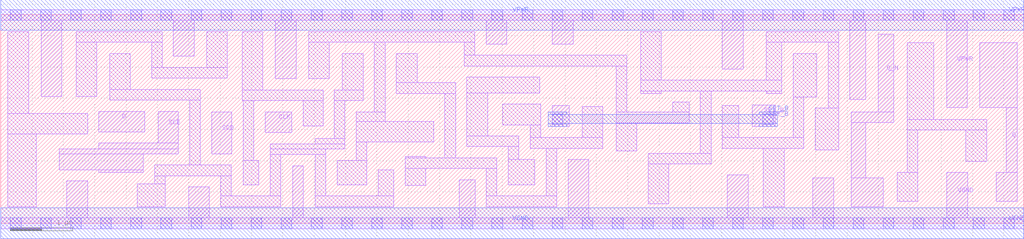
<source format=lef>
# Copyright 2020 The SkyWater PDK Authors
#
# Licensed under the Apache License, Version 2.0 (the "License");
# you may not use this file except in compliance with the License.
# You may obtain a copy of the License at
#
#     https://www.apache.org/licenses/LICENSE-2.0
#
# Unless required by applicable law or agreed to in writing, software
# distributed under the License is distributed on an "AS IS" BASIS,
# WITHOUT WARRANTIES OR CONDITIONS OF ANY KIND, either express or implied.
# See the License for the specific language governing permissions and
# limitations under the License.
#
# SPDX-License-Identifier: Apache-2.0

VERSION 5.7 ;
  NAMESCASESENSITIVE ON ;
  NOWIREEXTENSIONATPIN ON ;
  DIVIDERCHAR "/" ;
  BUSBITCHARS "[]" ;
UNITS
  DATABASE MICRONS 200 ;
END UNITS
MACRO sky130_fd_sc_lp__sdfsbp_lp
  CLASS CORE ;
  SOURCE USER ;
  FOREIGN sky130_fd_sc_lp__sdfsbp_lp ;
  ORIGIN  0.000000  0.000000 ;
  SIZE  16.32000 BY  3.330000 ;
  SYMMETRY X Y R90 ;
  SITE unit ;
  PIN D
    ANTENNAGATEAREA  0.313000 ;
    DIRECTION INPUT ;
    USE SIGNAL ;
    PORT
      LAYER li1 ;
        RECT 1.565000 1.460000 2.300000 1.790000 ;
    END
  END D
  PIN Q
    ANTENNADIFFAREA  0.402600 ;
    DIRECTION OUTPUT ;
    USE SIGNAL ;
    PORT
      LAYER li1 ;
        RECT 15.615000 1.850000 16.210000 2.890000 ;
        RECT 15.880000 0.350000 16.210000 0.810000 ;
        RECT 16.040000 0.810000 16.210000 1.850000 ;
    END
  END Q
  PIN Q_N
    ANTENNADIFFAREA  0.404700 ;
    DIRECTION OUTPUT ;
    USE SIGNAL ;
    PORT
      LAYER li1 ;
        RECT 13.565000 0.265000 14.075000 0.725000 ;
        RECT 13.565000 0.725000 13.795000 1.610000 ;
        RECT 13.565000 1.610000 14.245000 1.780000 ;
        RECT 13.995000 1.780000 14.245000 3.020000 ;
    END
  END Q_N
  PIN SCD
    ANTENNAGATEAREA  0.313000 ;
    DIRECTION INPUT ;
    USE SIGNAL ;
    PORT
      LAYER li1 ;
        RECT 3.365000 1.110000 3.685000 1.780000 ;
    END
  END SCD
  PIN SCE
    ANTENNAGATEAREA  0.689000 ;
    DIRECTION INPUT ;
    USE SIGNAL ;
    PORT
      LAYER li1 ;
        RECT 0.930000 0.855000 2.275000 1.110000 ;
        RECT 0.930000 1.110000 2.835000 1.185000 ;
        RECT 1.565000 0.810000 2.275000 0.855000 ;
        RECT 1.565000 1.185000 2.835000 1.280000 ;
        RECT 2.510000 1.280000 2.835000 1.790000 ;
    END
  END SCE
  PIN SET_B
    ANTENNAGATEAREA  0.626000 ;
    DIRECTION INPUT ;
    USE SIGNAL ;
    PORT
      LAYER li1 ;
        RECT  8.795000 1.550000  9.065000 1.880000 ;
        RECT 11.985000 1.550000 12.355000 1.890000 ;
      LAYER mcon ;
        RECT  8.795000 1.580000  8.965000 1.750000 ;
        RECT 12.155000 1.580000 12.325000 1.750000 ;
      LAYER met1 ;
        RECT  8.735000 1.550000  9.025000 1.595000 ;
        RECT  8.735000 1.595000 12.385000 1.735000 ;
        RECT  8.735000 1.735000  9.025000 1.780000 ;
        RECT 12.095000 1.550000 12.385000 1.595000 ;
        RECT 12.095000 1.735000 12.385000 1.780000 ;
    END
  END SET_B
  PIN CLK
    ANTENNAGATEAREA  0.376000 ;
    DIRECTION INPUT ;
    USE CLOCK ;
    PORT
      LAYER li1 ;
        RECT 4.215000 1.450000 4.645000 1.780000 ;
    END
  END CLK
  PIN VGND
    DIRECTION INOUT ;
    USE GROUND ;
    PORT
      LAYER li1 ;
        RECT  0.000000 -0.085000 16.320000 0.085000 ;
        RECT  1.055000  0.085000  1.385000 0.675000 ;
        RECT  2.995000  0.085000  3.325000 0.580000 ;
        RECT  4.655000  0.085000  4.825000 0.920000 ;
        RECT  7.315000  0.085000  7.565000 0.695000 ;
        RECT  9.050000  0.085000  9.380000 1.020000 ;
        RECT 11.590000  0.085000 11.920000 0.770000 ;
        RECT 12.955000  0.085000 13.285000 0.725000 ;
        RECT 15.090000  0.085000 15.420000 0.810000 ;
      LAYER mcon ;
        RECT  0.155000 -0.085000  0.325000 0.085000 ;
        RECT  0.635000 -0.085000  0.805000 0.085000 ;
        RECT  1.115000 -0.085000  1.285000 0.085000 ;
        RECT  1.595000 -0.085000  1.765000 0.085000 ;
        RECT  2.075000 -0.085000  2.245000 0.085000 ;
        RECT  2.555000 -0.085000  2.725000 0.085000 ;
        RECT  3.035000 -0.085000  3.205000 0.085000 ;
        RECT  3.515000 -0.085000  3.685000 0.085000 ;
        RECT  3.995000 -0.085000  4.165000 0.085000 ;
        RECT  4.475000 -0.085000  4.645000 0.085000 ;
        RECT  4.955000 -0.085000  5.125000 0.085000 ;
        RECT  5.435000 -0.085000  5.605000 0.085000 ;
        RECT  5.915000 -0.085000  6.085000 0.085000 ;
        RECT  6.395000 -0.085000  6.565000 0.085000 ;
        RECT  6.875000 -0.085000  7.045000 0.085000 ;
        RECT  7.355000 -0.085000  7.525000 0.085000 ;
        RECT  7.835000 -0.085000  8.005000 0.085000 ;
        RECT  8.315000 -0.085000  8.485000 0.085000 ;
        RECT  8.795000 -0.085000  8.965000 0.085000 ;
        RECT  9.275000 -0.085000  9.445000 0.085000 ;
        RECT  9.755000 -0.085000  9.925000 0.085000 ;
        RECT 10.235000 -0.085000 10.405000 0.085000 ;
        RECT 10.715000 -0.085000 10.885000 0.085000 ;
        RECT 11.195000 -0.085000 11.365000 0.085000 ;
        RECT 11.675000 -0.085000 11.845000 0.085000 ;
        RECT 12.155000 -0.085000 12.325000 0.085000 ;
        RECT 12.635000 -0.085000 12.805000 0.085000 ;
        RECT 13.115000 -0.085000 13.285000 0.085000 ;
        RECT 13.595000 -0.085000 13.765000 0.085000 ;
        RECT 14.075000 -0.085000 14.245000 0.085000 ;
        RECT 14.555000 -0.085000 14.725000 0.085000 ;
        RECT 15.035000 -0.085000 15.205000 0.085000 ;
        RECT 15.515000 -0.085000 15.685000 0.085000 ;
        RECT 15.995000 -0.085000 16.165000 0.085000 ;
      LAYER met1 ;
        RECT 0.000000 -0.245000 16.320000 0.245000 ;
    END
  END VGND
  PIN VPWR
    DIRECTION INOUT ;
    USE POWER ;
    PORT
      LAYER li1 ;
        RECT  0.000000 3.245000 16.320000 3.415000 ;
        RECT  0.645000 2.025000  0.975000 3.245000 ;
        RECT  2.755000 2.670000  3.085000 3.245000 ;
        RECT  4.380000 2.310000  4.710000 3.245000 ;
        RECT  7.740000 2.865000  8.070000 3.245000 ;
        RECT  8.800000 2.865000  9.130000 3.245000 ;
        RECT 11.510000 2.465000 11.840000 3.245000 ;
        RECT 13.545000 1.980000 13.795000 3.245000 ;
        RECT 15.085000 1.850000 15.415000 3.245000 ;
      LAYER mcon ;
        RECT  0.155000 3.245000  0.325000 3.415000 ;
        RECT  0.635000 3.245000  0.805000 3.415000 ;
        RECT  1.115000 3.245000  1.285000 3.415000 ;
        RECT  1.595000 3.245000  1.765000 3.415000 ;
        RECT  2.075000 3.245000  2.245000 3.415000 ;
        RECT  2.555000 3.245000  2.725000 3.415000 ;
        RECT  3.035000 3.245000  3.205000 3.415000 ;
        RECT  3.515000 3.245000  3.685000 3.415000 ;
        RECT  3.995000 3.245000  4.165000 3.415000 ;
        RECT  4.475000 3.245000  4.645000 3.415000 ;
        RECT  4.955000 3.245000  5.125000 3.415000 ;
        RECT  5.435000 3.245000  5.605000 3.415000 ;
        RECT  5.915000 3.245000  6.085000 3.415000 ;
        RECT  6.395000 3.245000  6.565000 3.415000 ;
        RECT  6.875000 3.245000  7.045000 3.415000 ;
        RECT  7.355000 3.245000  7.525000 3.415000 ;
        RECT  7.835000 3.245000  8.005000 3.415000 ;
        RECT  8.315000 3.245000  8.485000 3.415000 ;
        RECT  8.795000 3.245000  8.965000 3.415000 ;
        RECT  9.275000 3.245000  9.445000 3.415000 ;
        RECT  9.755000 3.245000  9.925000 3.415000 ;
        RECT 10.235000 3.245000 10.405000 3.415000 ;
        RECT 10.715000 3.245000 10.885000 3.415000 ;
        RECT 11.195000 3.245000 11.365000 3.415000 ;
        RECT 11.675000 3.245000 11.845000 3.415000 ;
        RECT 12.155000 3.245000 12.325000 3.415000 ;
        RECT 12.635000 3.245000 12.805000 3.415000 ;
        RECT 13.115000 3.245000 13.285000 3.415000 ;
        RECT 13.595000 3.245000 13.765000 3.415000 ;
        RECT 14.075000 3.245000 14.245000 3.415000 ;
        RECT 14.555000 3.245000 14.725000 3.415000 ;
        RECT 15.035000 3.245000 15.205000 3.415000 ;
        RECT 15.515000 3.245000 15.685000 3.415000 ;
        RECT 15.995000 3.245000 16.165000 3.415000 ;
      LAYER met1 ;
        RECT 0.000000 3.085000 16.320000 3.575000 ;
    END
  END VPWR
  OBS
    LAYER li1 ;
      RECT  0.115000 0.265000  0.565000 1.425000 ;
      RECT  0.115000 1.425000  1.385000 1.755000 ;
      RECT  0.115000 1.755000  0.445000 3.065000 ;
      RECT  1.205000 2.025000  1.535000 2.895000 ;
      RECT  1.205000 2.895000  2.575000 3.065000 ;
      RECT  1.735000 1.970000  3.185000 2.140000 ;
      RECT  1.735000 2.140000  2.065000 2.715000 ;
      RECT  2.175000 0.265000  2.625000 0.630000 ;
      RECT  2.405000 2.320000  3.615000 2.490000 ;
      RECT  2.405000 2.490000  2.575000 2.895000 ;
      RECT  2.455000 0.630000  2.625000 0.760000 ;
      RECT  2.455000 0.760000  3.675000 0.930000 ;
      RECT  3.015000 0.930000  3.185000 1.970000 ;
      RECT  3.285000 2.490000  3.615000 3.065000 ;
      RECT  3.505000 0.265000  4.465000 0.435000 ;
      RECT  3.505000 0.435000  3.675000 0.760000 ;
      RECT  3.850000 1.960000  5.140000 2.130000 ;
      RECT  3.850000 2.130000  4.180000 3.065000 ;
      RECT  3.865000 0.615000  4.115000 1.005000 ;
      RECT  3.865000 1.005000  4.035000 1.960000 ;
      RECT  4.295000 0.435000  4.465000 1.100000 ;
      RECT  4.295000 1.100000  5.185000 1.185000 ;
      RECT  4.295000 1.185000  5.490000 1.270000 ;
      RECT  4.825000 1.555000  5.140000 1.960000 ;
      RECT  4.910000 2.310000  5.240000 2.895000 ;
      RECT  4.910000 2.895000  7.560000 3.065000 ;
      RECT  5.015000 0.265000  6.270000 0.435000 ;
      RECT  5.015000 0.435000  5.185000 1.100000 ;
      RECT  5.015000 1.270000  5.490000 1.355000 ;
      RECT  5.320000 1.355000  5.490000 1.960000 ;
      RECT  5.320000 1.960000  5.780000 2.130000 ;
      RECT  5.365000 0.615000  5.840000 1.005000 ;
      RECT  5.450000 2.130000  5.780000 2.715000 ;
      RECT  5.670000 1.005000  5.840000 1.300000 ;
      RECT  5.670000 1.300000  6.905000 1.630000 ;
      RECT  5.670000 1.630000  6.130000 1.780000 ;
      RECT  5.960000 1.780000  6.130000 2.895000 ;
      RECT  6.020000 0.435000  6.270000 0.855000 ;
      RECT  6.310000 2.075000  7.255000 2.245000 ;
      RECT  6.310000 2.245000  6.640000 2.715000 ;
      RECT  6.450000 0.605000  6.780000 0.875000 ;
      RECT  6.450000 0.875000  7.915000 1.045000 ;
      RECT  6.450000 1.045000  6.780000 1.065000 ;
      RECT  7.085000 1.045000  7.255000 2.075000 ;
      RECT  7.390000 2.515000  9.985000 2.685000 ;
      RECT  7.390000 2.685000  7.560000 2.895000 ;
      RECT  7.435000 1.225000  8.265000 1.395000 ;
      RECT  7.435000 1.395000  7.765000 2.085000 ;
      RECT  7.435000 2.085000  8.600000 2.335000 ;
      RECT  7.745000 0.265000  8.870000 0.435000 ;
      RECT  7.745000 0.435000  7.915000 0.875000 ;
      RECT  8.005000 1.575000  8.615000 1.905000 ;
      RECT  8.095000 0.615000  8.520000 1.020000 ;
      RECT  8.095000 1.020000  8.265000 1.225000 ;
      RECT  8.445000 1.200000  9.605000 1.370000 ;
      RECT  8.445000 1.370000  8.615000 1.575000 ;
      RECT  8.700000 0.435000  8.870000 1.200000 ;
      RECT  9.275000 1.370000  9.605000 1.870000 ;
      RECT  9.815000 1.155000 10.145000 1.605000 ;
      RECT  9.815000 1.605000 10.980000 1.775000 ;
      RECT  9.815000 1.775000  9.985000 2.515000 ;
      RECT 10.205000 2.075000 10.535000 2.115000 ;
      RECT 10.205000 2.115000 12.460000 2.285000 ;
      RECT 10.205000 2.285000 10.535000 3.065000 ;
      RECT 10.325000 0.310000 10.655000 0.950000 ;
      RECT 10.325000 0.950000 11.330000 1.120000 ;
      RECT 10.715000 1.775000 10.980000 1.935000 ;
      RECT 11.160000 1.120000 11.330000 2.115000 ;
      RECT 11.510000 1.200000 12.810000 1.370000 ;
      RECT 11.510000 1.370000 11.775000 1.885000 ;
      RECT 12.165000 0.265000 12.495000 1.200000 ;
      RECT 12.210000 2.075000 12.460000 2.115000 ;
      RECT 12.210000 2.285000 12.460000 2.895000 ;
      RECT 12.210000 2.895000 13.365000 3.065000 ;
      RECT 12.640000 1.370000 12.810000 2.020000 ;
      RECT 12.640000 2.020000 13.015000 2.715000 ;
      RECT 12.990000 1.170000 13.365000 1.840000 ;
      RECT 13.195000 1.840000 13.365000 2.895000 ;
      RECT 14.300000 0.350000 14.630000 0.810000 ;
      RECT 14.460000 0.810000 14.630000 1.490000 ;
      RECT 14.460000 1.490000 15.725000 1.660000 ;
      RECT 14.460000 1.660000 14.885000 2.890000 ;
      RECT 15.395000 0.990000 15.725000 1.490000 ;
  END
END sky130_fd_sc_lp__sdfsbp_lp

</source>
